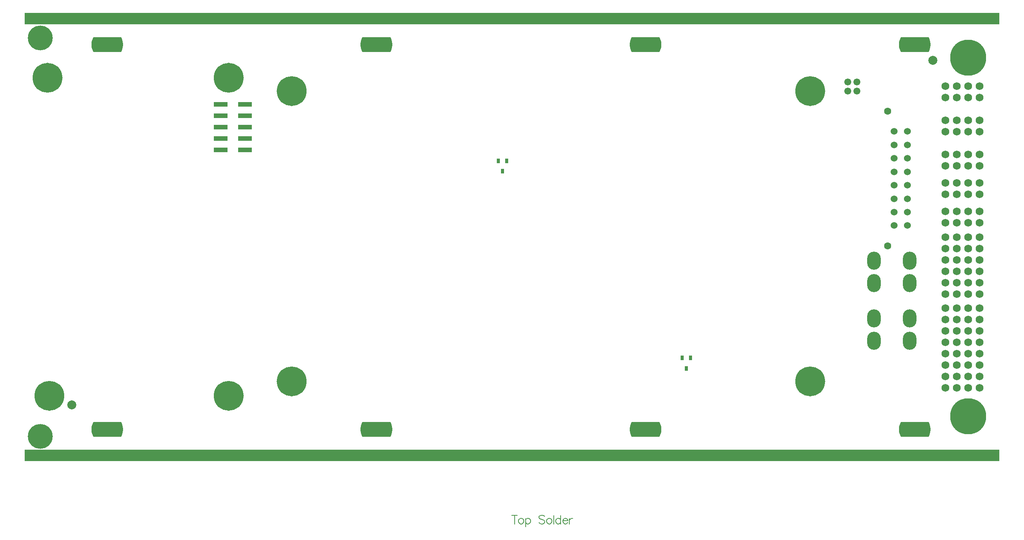
<source format=gts>
G04*
G04 #@! TF.GenerationSoftware,Altium Limited,Altium Designer,25.4.2 (15)*
G04*
G04 Layer_Color=8388736*
%FSLAX44Y44*%
%MOMM*%
G71*
G04*
G04 #@! TF.SameCoordinates,CE68B810-5A0D-45E5-B586-DEE00FE4B9C3*
G04*
G04*
G04 #@! TF.FilePolarity,Negative*
G04*
G01*
G75*
%ADD13C,0.1778*%
%ADD14R,217.3700X2.5000*%
%ADD15R,217.3701X2.5000*%
%ADD16R,0.6800X1.0800*%
%ADD17R,3.1300X1.0300*%
%ADD18C,2.0000*%
%ADD19C,5.5300*%
%ADD20C,8.0300*%
%ADD21C,1.7300*%
%ADD22C,0.6300*%
%ADD23C,6.6300*%
%ADD24C,1.5540*%
%ADD25O,3.0300X4.0300*%
%ADD26C,1.5300*%
%ADD27C,1.6000*%
%ADD28C,1.0000*%
G36*
X179792Y31951D02*
X179794Y31951D01*
X179810Y31949D01*
X179829Y31946D01*
X179831Y31945D01*
X179833Y31945D01*
X179848Y31938D01*
X179866Y31931D01*
X179867Y31930D01*
X179869Y31929D01*
X179882Y31918D01*
X179897Y31907D01*
X179898Y31905D01*
X179900Y31904D01*
X179910Y31891D01*
X179921Y31876D01*
X179922Y31874D01*
X179923Y31872D01*
X180956Y29962D01*
X180959Y29953D01*
X180964Y29945D01*
X182541Y25898D01*
X182544Y25888D01*
X182547Y25880D01*
X183612Y21669D01*
X183613Y21659D01*
X183616Y21650D01*
X184152Y17340D01*
X184152Y17331D01*
X184153Y17321D01*
X184153Y12978D01*
X184152Y12968D01*
X184152Y12959D01*
X183614Y8649D01*
X183612Y8640D01*
X183611Y8630D01*
X182544Y4419D01*
X182541Y4411D01*
X182539Y4402D01*
X180960Y355D01*
X180956Y347D01*
X180952Y338D01*
X179919Y-1572D01*
X179917Y-1575D01*
X179917Y-1576D01*
X179915Y-1578D01*
X179912Y-1584D01*
X179903Y-1594D01*
X179896Y-1604D01*
X179893Y-1606D01*
X179893Y-1607D01*
X179890Y-1609D01*
X179886Y-1614D01*
X179875Y-1621D01*
X179865Y-1629D01*
X179862Y-1630D01*
X179861Y-1631D01*
X179858Y-1632D01*
X179853Y-1636D01*
X179841Y-1640D01*
X179829Y-1645D01*
X179826Y-1646D01*
X179825Y-1646D01*
X179821Y-1647D01*
X179816Y-1648D01*
X179803Y-1649D01*
X179790Y-1651D01*
X179787Y-1651D01*
X179786Y-1651D01*
X118210D01*
X118208Y-1651D01*
X118206Y-1651D01*
X118188Y-1648D01*
X118171Y-1646D01*
X118169Y-1645D01*
X118167Y-1645D01*
X118151Y-1638D01*
X118134Y-1631D01*
X118133Y-1630D01*
X118131Y-1629D01*
X118117Y-1618D01*
X118103Y-1607D01*
X118102Y-1605D01*
X118100Y-1604D01*
X118089Y-1589D01*
X118079Y-1576D01*
X118078Y-1574D01*
X118077Y-1572D01*
X118070Y-1555D01*
X118066Y-1544D01*
X117047Y340D01*
X117044Y349D01*
X117039Y357D01*
X115461Y4403D01*
X115459Y4412D01*
X115456Y4421D01*
X114390Y8632D01*
X114389Y8641D01*
X114387Y8650D01*
X113850Y12960D01*
X113850Y12969D01*
X113849Y12978D01*
Y17322D01*
X113850Y17331D01*
X113850Y17340D01*
X114387Y21650D01*
X114389Y21659D01*
X114390Y21669D01*
X115456Y25879D01*
X115459Y25888D01*
X115461Y25897D01*
X117039Y29943D01*
X117044Y29951D01*
X117047Y29960D01*
X118066Y31844D01*
X118071Y31856D01*
X118077Y31873D01*
X118078Y31874D01*
X118079Y31876D01*
X118090Y31890D01*
X118101Y31905D01*
X118102Y31906D01*
X118103Y31907D01*
X118117Y31918D01*
X118132Y31929D01*
X118133Y31930D01*
X118134Y31931D01*
X118152Y31938D01*
X118168Y31945D01*
X118169Y31946D01*
X118171Y31946D01*
X118190Y31949D01*
X118207Y31951D01*
X118208Y31951D01*
X118210Y31951D01*
X179790D01*
X179792Y31951D01*
D02*
G37*
G36*
X779792D02*
X779794Y31951D01*
X779810Y31949D01*
X779829Y31946D01*
X779831Y31945D01*
X779833Y31945D01*
X779848Y31938D01*
X779866Y31931D01*
X779867Y31930D01*
X779869Y31929D01*
X779882Y31919D01*
X779897Y31907D01*
X779898Y31905D01*
X779900Y31904D01*
X779910Y31891D01*
X779921Y31876D01*
X779922Y31874D01*
X779923Y31872D01*
X780956Y29962D01*
X780959Y29953D01*
X780964Y29945D01*
X782541Y25898D01*
X782544Y25888D01*
X782547Y25880D01*
X783612Y21669D01*
X783613Y21659D01*
X783616Y21650D01*
X784152Y17340D01*
X784152Y17331D01*
X784153Y17321D01*
X784153Y12978D01*
X784152Y12968D01*
X784152Y12959D01*
X783614Y8649D01*
X783612Y8640D01*
X783611Y8630D01*
X782544Y4419D01*
X782541Y4411D01*
X782539Y4402D01*
X780960Y355D01*
X780956Y347D01*
X780952Y338D01*
X779919Y-1572D01*
X779917Y-1575D01*
X779917Y-1576D01*
X779915Y-1578D01*
X779912Y-1584D01*
X779903Y-1594D01*
X779896Y-1604D01*
X779893Y-1606D01*
X779893Y-1607D01*
X779890Y-1609D01*
X779886Y-1614D01*
X779875Y-1621D01*
X779865Y-1629D01*
X779862Y-1630D01*
X779861Y-1631D01*
X779858Y-1632D01*
X779853Y-1636D01*
X779841Y-1640D01*
X779829Y-1645D01*
X779826Y-1646D01*
X779825Y-1646D01*
X779821Y-1647D01*
X779816Y-1648D01*
X779803Y-1649D01*
X779790Y-1651D01*
X779787Y-1651D01*
X779786Y-1651D01*
X718210D01*
X718208Y-1651D01*
X718206Y-1651D01*
X718188Y-1648D01*
X718171Y-1646D01*
X718169Y-1645D01*
X718167Y-1645D01*
X718151Y-1638D01*
X718134Y-1631D01*
X718133Y-1630D01*
X718131Y-1629D01*
X718117Y-1618D01*
X718103Y-1607D01*
X718102Y-1605D01*
X718100Y-1604D01*
X718089Y-1589D01*
X718079Y-1576D01*
X718078Y-1574D01*
X718077Y-1572D01*
X718070Y-1555D01*
X718066Y-1544D01*
X717047Y340D01*
X717044Y349D01*
X717039Y357D01*
X715461Y4403D01*
X715459Y4412D01*
X715456Y4421D01*
X714390Y8632D01*
X714389Y8641D01*
X714387Y8650D01*
X713850Y12960D01*
X713850Y12969D01*
X713849Y12978D01*
Y17322D01*
X713850Y17331D01*
X713850Y17340D01*
X714387Y21650D01*
X714389Y21659D01*
X714390Y21669D01*
X715456Y25879D01*
X715459Y25888D01*
X715461Y25897D01*
X717039Y29943D01*
X717044Y29951D01*
X717047Y29960D01*
X718066Y31844D01*
X718071Y31856D01*
X718077Y31873D01*
X718078Y31874D01*
X718079Y31876D01*
X718090Y31890D01*
X718101Y31905D01*
X718102Y31906D01*
X718103Y31907D01*
X718118Y31918D01*
X718132Y31929D01*
X718133Y31930D01*
X718134Y31931D01*
X718152Y31938D01*
X718168Y31945D01*
X718169Y31946D01*
X718171Y31946D01*
X718189Y31949D01*
X718207Y31951D01*
X718208Y31951D01*
X718210Y31951D01*
X779790D01*
X779792Y31951D01*
D02*
G37*
G36*
X179792Y890651D02*
X179794Y890651D01*
X179810Y890649D01*
X179829Y890646D01*
X179831Y890645D01*
X179833Y890645D01*
X179848Y890638D01*
X179866Y890631D01*
X179867Y890630D01*
X179869Y890629D01*
X179882Y890618D01*
X179897Y890607D01*
X179898Y890605D01*
X179900Y890604D01*
X179910Y890591D01*
X179921Y890576D01*
X179922Y890574D01*
X179923Y890572D01*
X180956Y888661D01*
X180959Y888653D01*
X180964Y888644D01*
X182541Y884597D01*
X182544Y884588D01*
X182547Y884580D01*
X183612Y880369D01*
X183613Y880359D01*
X183616Y880350D01*
X184152Y876040D01*
X184152Y876031D01*
X184153Y876021D01*
X184153Y871678D01*
X184152Y871668D01*
X184152Y871659D01*
X183614Y867349D01*
X183612Y867340D01*
X183611Y867330D01*
X182544Y863120D01*
X182541Y863111D01*
X182539Y863102D01*
X180960Y859055D01*
X180956Y859047D01*
X180952Y859038D01*
X179919Y857128D01*
X179917Y857125D01*
X179917Y857124D01*
X179915Y857122D01*
X179912Y857116D01*
X179903Y857106D01*
X179896Y857096D01*
X179893Y857094D01*
X179893Y857093D01*
X179890Y857091D01*
X179886Y857086D01*
X179875Y857079D01*
X179865Y857071D01*
X179862Y857070D01*
X179861Y857069D01*
X179858Y857068D01*
X179853Y857064D01*
X179841Y857060D01*
X179829Y857055D01*
X179826Y857054D01*
X179825Y857054D01*
X179821Y857053D01*
X179816Y857051D01*
X179803Y857051D01*
X179790Y857049D01*
X179787Y857049D01*
X179786Y857049D01*
X118210D01*
X118208Y857049D01*
X118206Y857049D01*
X118188Y857051D01*
X118171Y857054D01*
X118169Y857055D01*
X118167Y857055D01*
X118151Y857062D01*
X118134Y857069D01*
X118133Y857070D01*
X118131Y857071D01*
X118117Y857082D01*
X118103Y857093D01*
X118102Y857095D01*
X118100Y857096D01*
X118089Y857111D01*
X118079Y857124D01*
X118078Y857126D01*
X118077Y857128D01*
X118070Y857145D01*
X118066Y857156D01*
X117047Y859040D01*
X117044Y859049D01*
X117039Y859057D01*
X115461Y863103D01*
X115459Y863112D01*
X115456Y863121D01*
X114390Y867331D01*
X114389Y867341D01*
X114387Y867350D01*
X113850Y871660D01*
X113850Y871669D01*
X113849Y871678D01*
Y876021D01*
X113850Y876031D01*
X113850Y876040D01*
X114387Y880350D01*
X114389Y880359D01*
X114390Y880368D01*
X115456Y884579D01*
X115459Y884588D01*
X115461Y884597D01*
X117039Y888643D01*
X117044Y888651D01*
X117047Y888660D01*
X118066Y890545D01*
X118071Y890556D01*
X118077Y890573D01*
X118078Y890574D01*
X118079Y890576D01*
X118090Y890590D01*
X118101Y890605D01*
X118102Y890606D01*
X118103Y890607D01*
X118117Y890618D01*
X118132Y890629D01*
X118133Y890630D01*
X118134Y890631D01*
X118152Y890638D01*
X118168Y890645D01*
X118169Y890646D01*
X118171Y890646D01*
X118190Y890649D01*
X118207Y890651D01*
X118208Y890651D01*
X118210Y890651D01*
X179790D01*
X179792Y890651D01*
D02*
G37*
G36*
X779792D02*
X779794Y890651D01*
X779810Y890649D01*
X779829Y890646D01*
X779831Y890645D01*
X779833Y890645D01*
X779848Y890638D01*
X779866Y890631D01*
X779867Y890630D01*
X779869Y890629D01*
X779882Y890619D01*
X779897Y890607D01*
X779898Y890605D01*
X779900Y890604D01*
X779910Y890591D01*
X779921Y890576D01*
X779922Y890574D01*
X779923Y890572D01*
X780956Y888661D01*
X780959Y888653D01*
X780964Y888644D01*
X782541Y884597D01*
X782544Y884588D01*
X782547Y884580D01*
X783612Y880369D01*
X783613Y880359D01*
X783616Y880350D01*
X784152Y876040D01*
X784152Y876031D01*
X784153Y876021D01*
X784153Y871678D01*
X784152Y871668D01*
X784152Y871659D01*
X783614Y867349D01*
X783612Y867340D01*
X783611Y867330D01*
X782544Y863120D01*
X782541Y863111D01*
X782539Y863102D01*
X780960Y859055D01*
X780956Y859047D01*
X780952Y859038D01*
X779919Y857128D01*
X779917Y857125D01*
X779917Y857124D01*
X779915Y857122D01*
X779912Y857116D01*
X779903Y857106D01*
X779896Y857096D01*
X779893Y857094D01*
X779893Y857093D01*
X779890Y857091D01*
X779886Y857086D01*
X779875Y857079D01*
X779865Y857071D01*
X779862Y857070D01*
X779861Y857069D01*
X779858Y857068D01*
X779853Y857064D01*
X779841Y857060D01*
X779829Y857055D01*
X779826Y857054D01*
X779825Y857054D01*
X779821Y857053D01*
X779816Y857051D01*
X779803Y857051D01*
X779790Y857049D01*
X779787Y857049D01*
X779786Y857049D01*
X718210D01*
X718208Y857049D01*
X718206Y857049D01*
X718188Y857051D01*
X718171Y857054D01*
X718169Y857055D01*
X718167Y857055D01*
X718151Y857062D01*
X718134Y857069D01*
X718133Y857070D01*
X718131Y857071D01*
X718117Y857082D01*
X718103Y857093D01*
X718102Y857095D01*
X718100Y857096D01*
X718089Y857111D01*
X718079Y857124D01*
X718078Y857126D01*
X718077Y857128D01*
X718070Y857145D01*
X718066Y857156D01*
X717047Y859040D01*
X717044Y859049D01*
X717039Y859057D01*
X715461Y863103D01*
X715459Y863112D01*
X715456Y863121D01*
X714390Y867331D01*
X714389Y867341D01*
X714387Y867350D01*
X713850Y871660D01*
X713850Y871669D01*
X713849Y871678D01*
Y876021D01*
X713850Y876031D01*
X713850Y876040D01*
X714387Y880350D01*
X714389Y880359D01*
X714390Y880368D01*
X715456Y884579D01*
X715459Y884588D01*
X715461Y884597D01*
X717039Y888643D01*
X717044Y888651D01*
X717047Y888660D01*
X718066Y890545D01*
X718071Y890556D01*
X718077Y890573D01*
X718078Y890574D01*
X718079Y890576D01*
X718090Y890590D01*
X718101Y890605D01*
X718102Y890606D01*
X718103Y890607D01*
X718118Y890618D01*
X718132Y890629D01*
X718133Y890630D01*
X718134Y890631D01*
X718152Y890638D01*
X718168Y890645D01*
X718169Y890646D01*
X718171Y890646D01*
X718189Y890648D01*
X718207Y890651D01*
X718208Y890651D01*
X718210Y890651D01*
X779790D01*
X779792Y890651D01*
D02*
G37*
G36*
X1379792Y31951D02*
X1379794Y31951D01*
X1379810Y31949D01*
X1379829Y31946D01*
X1379831Y31945D01*
X1379833Y31945D01*
X1379848Y31938D01*
X1379866Y31931D01*
X1379868Y31930D01*
X1379869Y31929D01*
X1379882Y31918D01*
X1379897Y31907D01*
X1379898Y31905D01*
X1379900Y31904D01*
X1379910Y31891D01*
X1379921Y31876D01*
X1379922Y31874D01*
X1379923Y31872D01*
X1380956Y29962D01*
X1380959Y29953D01*
X1380964Y29945D01*
X1382541Y25898D01*
X1382544Y25888D01*
X1382547Y25880D01*
X1383612Y21669D01*
X1383613Y21659D01*
X1383616Y21650D01*
X1384152Y17340D01*
X1384152Y17331D01*
X1384153Y17321D01*
X1384153Y12978D01*
X1384152Y12968D01*
X1384152Y12959D01*
X1383614Y8649D01*
X1383612Y8640D01*
X1383611Y8630D01*
X1382545Y4419D01*
X1382541Y4411D01*
X1382539Y4402D01*
X1380960Y355D01*
X1380956Y347D01*
X1380952Y338D01*
X1379919Y-1572D01*
X1379917Y-1575D01*
X1379917Y-1576D01*
X1379915Y-1578D01*
X1379912Y-1584D01*
X1379903Y-1594D01*
X1379896Y-1604D01*
X1379893Y-1606D01*
X1379893Y-1607D01*
X1379890Y-1609D01*
X1379886Y-1614D01*
X1379875Y-1621D01*
X1379865Y-1629D01*
X1379862Y-1630D01*
X1379861Y-1631D01*
X1379858Y-1632D01*
X1379853Y-1636D01*
X1379841Y-1640D01*
X1379829Y-1645D01*
X1379826Y-1646D01*
X1379825Y-1646D01*
X1379821Y-1647D01*
X1379816Y-1648D01*
X1379803Y-1649D01*
X1379790Y-1651D01*
X1379787Y-1651D01*
X1379786Y-1651D01*
X1318210D01*
X1318208Y-1651D01*
X1318206Y-1651D01*
X1318188Y-1648D01*
X1318171Y-1646D01*
X1318169Y-1645D01*
X1318167Y-1645D01*
X1318151Y-1638D01*
X1318134Y-1631D01*
X1318133Y-1630D01*
X1318131Y-1629D01*
X1318117Y-1618D01*
X1318103Y-1607D01*
X1318102Y-1605D01*
X1318100Y-1604D01*
X1318089Y-1589D01*
X1318079Y-1576D01*
X1318078Y-1574D01*
X1318077Y-1572D01*
X1318070Y-1555D01*
X1318066Y-1544D01*
X1317047Y340D01*
X1317044Y349D01*
X1317039Y357D01*
X1315461Y4403D01*
X1315459Y4412D01*
X1315456Y4421D01*
X1314390Y8632D01*
X1314389Y8641D01*
X1314387Y8650D01*
X1313850Y12960D01*
X1313850Y12969D01*
X1313849Y12978D01*
Y17322D01*
X1313850Y17331D01*
X1313850Y17340D01*
X1314387Y21650D01*
X1314389Y21659D01*
X1314390Y21669D01*
X1315456Y25879D01*
X1315459Y25888D01*
X1315461Y25897D01*
X1317039Y29943D01*
X1317044Y29951D01*
X1317047Y29960D01*
X1318066Y31844D01*
X1318071Y31856D01*
X1318077Y31873D01*
X1318078Y31874D01*
X1318079Y31876D01*
X1318090Y31890D01*
X1318101Y31905D01*
X1318102Y31906D01*
X1318103Y31907D01*
X1318117Y31918D01*
X1318132Y31929D01*
X1318133Y31930D01*
X1318134Y31931D01*
X1318152Y31938D01*
X1318168Y31945D01*
X1318169Y31946D01*
X1318171Y31946D01*
X1318190Y31949D01*
X1318207Y31951D01*
X1318208Y31951D01*
X1318210Y31951D01*
X1379790D01*
X1379792Y31951D01*
D02*
G37*
G36*
X1979792D02*
X1979794Y31951D01*
X1979810Y31949D01*
X1979829Y31946D01*
X1979831Y31945D01*
X1979833Y31945D01*
X1979848Y31938D01*
X1979866Y31931D01*
X1979868Y31930D01*
X1979869Y31929D01*
X1979882Y31919D01*
X1979897Y31907D01*
X1979898Y31905D01*
X1979900Y31904D01*
X1979910Y31891D01*
X1979921Y31876D01*
X1979922Y31874D01*
X1979923Y31872D01*
X1980956Y29962D01*
X1980959Y29953D01*
X1980964Y29945D01*
X1982541Y25898D01*
X1982544Y25888D01*
X1982547Y25880D01*
X1983612Y21669D01*
X1983613Y21659D01*
X1983616Y21650D01*
X1984152Y17340D01*
X1984152Y17331D01*
X1984153Y17321D01*
X1984153Y12978D01*
X1984152Y12968D01*
X1984152Y12959D01*
X1983614Y8649D01*
X1983612Y8640D01*
X1983611Y8630D01*
X1982545Y4419D01*
X1982541Y4411D01*
X1982539Y4402D01*
X1980960Y355D01*
X1980956Y347D01*
X1980952Y338D01*
X1979919Y-1572D01*
X1979917Y-1575D01*
X1979917Y-1576D01*
X1979915Y-1578D01*
X1979912Y-1584D01*
X1979903Y-1594D01*
X1979896Y-1604D01*
X1979893Y-1606D01*
X1979893Y-1607D01*
X1979890Y-1609D01*
X1979886Y-1614D01*
X1979875Y-1621D01*
X1979865Y-1629D01*
X1979862Y-1630D01*
X1979861Y-1631D01*
X1979858Y-1632D01*
X1979853Y-1636D01*
X1979841Y-1640D01*
X1979829Y-1645D01*
X1979826Y-1646D01*
X1979825Y-1646D01*
X1979821Y-1647D01*
X1979816Y-1648D01*
X1979803Y-1649D01*
X1979790Y-1651D01*
X1979787Y-1651D01*
X1979786Y-1651D01*
X1918210D01*
X1918208Y-1651D01*
X1918206Y-1651D01*
X1918188Y-1648D01*
X1918171Y-1646D01*
X1918169Y-1645D01*
X1918167Y-1645D01*
X1918151Y-1638D01*
X1918134Y-1631D01*
X1918133Y-1630D01*
X1918131Y-1629D01*
X1918117Y-1618D01*
X1918103Y-1607D01*
X1918102Y-1605D01*
X1918100Y-1604D01*
X1918089Y-1589D01*
X1918079Y-1576D01*
X1918078Y-1574D01*
X1918077Y-1572D01*
X1918070Y-1555D01*
X1918066Y-1544D01*
X1917047Y340D01*
X1917044Y349D01*
X1917039Y357D01*
X1915461Y4403D01*
X1915459Y4412D01*
X1915456Y4421D01*
X1914390Y8632D01*
X1914389Y8641D01*
X1914387Y8650D01*
X1913850Y12960D01*
X1913850Y12969D01*
X1913849Y12978D01*
Y17322D01*
X1913850Y17331D01*
X1913850Y17340D01*
X1914387Y21650D01*
X1914389Y21659D01*
X1914390Y21669D01*
X1915456Y25879D01*
X1915459Y25888D01*
X1915461Y25897D01*
X1917039Y29943D01*
X1917044Y29951D01*
X1917047Y29960D01*
X1918066Y31844D01*
X1918071Y31856D01*
X1918077Y31873D01*
X1918078Y31874D01*
X1918079Y31876D01*
X1918090Y31890D01*
X1918101Y31905D01*
X1918102Y31906D01*
X1918103Y31907D01*
X1918118Y31918D01*
X1918132Y31929D01*
X1918133Y31930D01*
X1918134Y31931D01*
X1918152Y31938D01*
X1918168Y31945D01*
X1918169Y31946D01*
X1918171Y31946D01*
X1918189Y31949D01*
X1918207Y31951D01*
X1918208Y31951D01*
X1918210Y31951D01*
X1979790D01*
X1979792Y31951D01*
D02*
G37*
G36*
X1379792Y890651D02*
X1379794Y890651D01*
X1379810Y890649D01*
X1379829Y890646D01*
X1379831Y890645D01*
X1379833Y890645D01*
X1379848Y890638D01*
X1379866Y890631D01*
X1379868Y890630D01*
X1379869Y890629D01*
X1379882Y890618D01*
X1379893Y890610D01*
X1379897Y890607D01*
X1379898Y890605D01*
X1379900Y890604D01*
X1379910Y890591D01*
X1379921Y890576D01*
X1379922Y890574D01*
X1379923Y890572D01*
X1380956Y888661D01*
X1380959Y888653D01*
X1380964Y888644D01*
X1382541Y884597D01*
X1382544Y884588D01*
X1382547Y884580D01*
X1383612Y880369D01*
X1383613Y880359D01*
X1383616Y880350D01*
X1384152Y876040D01*
X1384152Y876031D01*
X1384153Y876021D01*
X1384153Y871678D01*
X1384152Y871668D01*
X1384152Y871659D01*
X1383614Y867349D01*
X1383612Y867340D01*
X1383611Y867330D01*
X1382545Y863120D01*
X1382541Y863111D01*
X1382539Y863102D01*
X1380960Y859055D01*
X1380956Y859047D01*
X1380952Y859038D01*
X1379919Y857128D01*
X1379917Y857125D01*
X1379917Y857124D01*
X1379915Y857122D01*
X1379912Y857116D01*
X1379903Y857106D01*
X1379896Y857096D01*
X1379893Y857094D01*
X1379893Y857093D01*
X1379890Y857091D01*
X1379886Y857086D01*
X1379875Y857079D01*
X1379865Y857071D01*
X1379862Y857070D01*
X1379861Y857069D01*
X1379858Y857068D01*
X1379853Y857064D01*
X1379841Y857060D01*
X1379829Y857055D01*
X1379826Y857054D01*
X1379825Y857054D01*
X1379821Y857053D01*
X1379816Y857051D01*
X1379803Y857051D01*
X1379790Y857049D01*
X1379787Y857049D01*
X1379786Y857049D01*
X1318210D01*
X1318208Y857049D01*
X1318206Y857049D01*
X1318188Y857051D01*
X1318171Y857054D01*
X1318169Y857055D01*
X1318167Y857055D01*
X1318151Y857062D01*
X1318134Y857069D01*
X1318133Y857070D01*
X1318131Y857071D01*
X1318117Y857082D01*
X1318103Y857093D01*
X1318102Y857095D01*
X1318100Y857096D01*
X1318089Y857111D01*
X1318079Y857124D01*
X1318078Y857126D01*
X1318077Y857128D01*
X1318070Y857145D01*
X1318066Y857156D01*
X1317047Y859040D01*
X1317044Y859049D01*
X1317039Y859057D01*
X1315461Y863103D01*
X1315459Y863112D01*
X1315456Y863121D01*
X1314390Y867331D01*
X1314389Y867341D01*
X1314387Y867350D01*
X1313850Y871660D01*
X1313850Y871669D01*
X1313849Y871678D01*
Y876021D01*
X1313850Y876031D01*
X1313850Y876040D01*
X1314387Y880350D01*
X1314389Y880359D01*
X1314390Y880368D01*
X1315456Y884579D01*
X1315459Y884588D01*
X1315461Y884597D01*
X1317039Y888643D01*
X1317044Y888651D01*
X1317047Y888660D01*
X1318066Y890545D01*
X1318071Y890556D01*
X1318077Y890573D01*
X1318078Y890574D01*
X1318079Y890576D01*
X1318090Y890590D01*
X1318101Y890605D01*
X1318102Y890606D01*
X1318103Y890607D01*
X1318117Y890618D01*
X1318132Y890629D01*
X1318133Y890630D01*
X1318134Y890631D01*
X1318152Y890638D01*
X1318168Y890645D01*
X1318169Y890646D01*
X1318171Y890646D01*
X1318190Y890649D01*
X1318207Y890651D01*
X1318208Y890651D01*
X1318210Y890651D01*
X1379790D01*
X1379792Y890651D01*
D02*
G37*
G36*
X1979792D02*
X1979794Y890651D01*
X1979810Y890649D01*
X1979829Y890646D01*
X1979831Y890645D01*
X1979833Y890645D01*
X1979848Y890638D01*
X1979866Y890631D01*
X1979868Y890630D01*
X1979869Y890629D01*
X1979882Y890619D01*
X1979897Y890607D01*
X1979898Y890605D01*
X1979900Y890604D01*
X1979910Y890591D01*
X1979921Y890576D01*
X1979922Y890574D01*
X1979923Y890572D01*
X1980956Y888661D01*
X1980959Y888653D01*
X1980964Y888644D01*
X1982541Y884597D01*
X1982544Y884588D01*
X1982547Y884580D01*
X1983612Y880369D01*
X1983613Y880359D01*
X1983616Y880350D01*
X1984152Y876040D01*
X1984152Y876031D01*
X1984153Y876021D01*
X1984153Y871678D01*
X1984152Y871668D01*
X1984152Y871659D01*
X1983614Y867349D01*
X1983612Y867340D01*
X1983611Y867330D01*
X1982545Y863120D01*
X1982541Y863111D01*
X1982539Y863102D01*
X1980960Y859055D01*
X1980956Y859047D01*
X1980952Y859038D01*
X1979919Y857128D01*
X1979917Y857125D01*
X1979917Y857124D01*
X1979915Y857122D01*
X1979912Y857116D01*
X1979903Y857106D01*
X1979896Y857096D01*
X1979893Y857094D01*
X1979893Y857093D01*
X1979890Y857091D01*
X1979886Y857086D01*
X1979875Y857079D01*
X1979865Y857071D01*
X1979862Y857070D01*
X1979861Y857069D01*
X1979858Y857068D01*
X1979853Y857064D01*
X1979841Y857060D01*
X1979829Y857055D01*
X1979826Y857054D01*
X1979825Y857054D01*
X1979821Y857053D01*
X1979816Y857051D01*
X1979803Y857051D01*
X1979790Y857049D01*
X1979787Y857049D01*
X1979786Y857049D01*
X1918210D01*
X1918208Y857049D01*
X1918206Y857049D01*
X1918188Y857051D01*
X1918171Y857054D01*
X1918169Y857055D01*
X1918167Y857055D01*
X1918151Y857062D01*
X1918134Y857069D01*
X1918133Y857070D01*
X1918131Y857071D01*
X1918117Y857082D01*
X1918103Y857093D01*
X1918102Y857095D01*
X1918100Y857096D01*
X1918089Y857111D01*
X1918079Y857124D01*
X1918078Y857126D01*
X1918077Y857128D01*
X1918070Y857145D01*
X1918066Y857156D01*
X1917047Y859040D01*
X1917044Y859049D01*
X1917039Y859057D01*
X1915461Y863103D01*
X1915459Y863112D01*
X1915456Y863121D01*
X1914390Y867331D01*
X1914389Y867341D01*
X1914387Y867350D01*
X1913850Y871660D01*
X1913850Y871669D01*
X1913849Y871678D01*
Y876021D01*
X1913850Y876031D01*
X1913850Y876040D01*
X1914387Y880350D01*
X1914389Y880359D01*
X1914390Y880368D01*
X1915456Y884579D01*
X1915459Y884588D01*
X1915461Y884597D01*
X1917039Y888643D01*
X1917044Y888651D01*
X1917047Y888660D01*
X1918066Y890545D01*
X1918071Y890556D01*
X1918077Y890573D01*
X1918078Y890574D01*
X1918079Y890576D01*
X1918090Y890590D01*
X1918101Y890605D01*
X1918102Y890606D01*
X1918103Y890607D01*
X1918118Y890618D01*
X1918132Y890629D01*
X1918133Y890630D01*
X1918134Y890631D01*
X1918152Y890638D01*
X1918168Y890645D01*
X1918169Y890646D01*
X1918171Y890646D01*
X1918189Y890648D01*
X1918207Y890651D01*
X1918208Y890651D01*
X1918210Y890651D01*
X1979790D01*
X1979792Y890651D01*
D02*
G37*
D13*
X1057054Y-176564D02*
Y-195610D01*
X1050705Y-176564D02*
X1063402D01*
X1070205Y-182913D02*
X1068391Y-183820D01*
X1066577Y-185634D01*
X1065670Y-188354D01*
Y-190168D01*
X1066577Y-192889D01*
X1068391Y-194703D01*
X1070205Y-195610D01*
X1072925D01*
X1074739Y-194703D01*
X1076553Y-192889D01*
X1077460Y-190168D01*
Y-188354D01*
X1076553Y-185634D01*
X1074739Y-183820D01*
X1072925Y-182913D01*
X1070205D01*
X1081632D02*
Y-201959D01*
Y-185634D02*
X1083446Y-183820D01*
X1085260Y-182913D01*
X1087981D01*
X1089795Y-183820D01*
X1091609Y-185634D01*
X1092516Y-188354D01*
Y-190168D01*
X1091609Y-192889D01*
X1089795Y-194703D01*
X1087981Y-195610D01*
X1085260D01*
X1083446Y-194703D01*
X1081632Y-192889D01*
X1124259Y-179285D02*
X1122445Y-177471D01*
X1119724Y-176564D01*
X1116096D01*
X1113375Y-177471D01*
X1111562Y-179285D01*
Y-181099D01*
X1112468Y-182913D01*
X1113375Y-183820D01*
X1115189Y-184727D01*
X1120631Y-186541D01*
X1122445Y-187447D01*
X1123352Y-188354D01*
X1124259Y-190168D01*
Y-192889D01*
X1122445Y-194703D01*
X1119724Y-195610D01*
X1116096D01*
X1113375Y-194703D01*
X1111562Y-192889D01*
X1133056Y-182913D02*
X1131242Y-183820D01*
X1129428Y-185634D01*
X1128521Y-188354D01*
Y-190168D01*
X1129428Y-192889D01*
X1131242Y-194703D01*
X1133056Y-195610D01*
X1135777D01*
X1137591Y-194703D01*
X1139405Y-192889D01*
X1140312Y-190168D01*
Y-188354D01*
X1139405Y-185634D01*
X1137591Y-183820D01*
X1135777Y-182913D01*
X1133056D01*
X1144484Y-176564D02*
Y-195610D01*
X1159358Y-176564D02*
Y-195610D01*
Y-185634D02*
X1157544Y-183820D01*
X1155730Y-182913D01*
X1153009D01*
X1151195Y-183820D01*
X1149381Y-185634D01*
X1148474Y-188354D01*
Y-190168D01*
X1149381Y-192889D01*
X1151195Y-194703D01*
X1153009Y-195610D01*
X1155730D01*
X1157544Y-194703D01*
X1159358Y-192889D01*
X1164437Y-188354D02*
X1175320D01*
Y-186541D01*
X1174413Y-184727D01*
X1173506Y-183820D01*
X1171692Y-182913D01*
X1168971D01*
X1167157Y-183820D01*
X1165343Y-185634D01*
X1164437Y-188354D01*
Y-190168D01*
X1165343Y-192889D01*
X1167157Y-194703D01*
X1168971Y-195610D01*
X1171692D01*
X1173506Y-194703D01*
X1175320Y-192889D01*
X1179401Y-182913D02*
Y-195610D01*
Y-188354D02*
X1180308Y-185634D01*
X1182122Y-183820D01*
X1183936Y-182913D01*
X1186657D01*
D14*
X1051150Y932000D02*
D03*
D15*
X1051150Y-43000D02*
D03*
D16*
X1039500Y614500D02*
D03*
X1020500D02*
D03*
X1030000Y591500D02*
D03*
X1449500Y174500D02*
D03*
X1430500D02*
D03*
X1440000Y151500D02*
D03*
D17*
X402000Y690000D02*
D03*
X456000D02*
D03*
X402000Y664600D02*
D03*
X456000D02*
D03*
X402000Y639200D02*
D03*
X456000D02*
D03*
Y715400D02*
D03*
Y740800D02*
D03*
X402000Y715400D02*
D03*
Y740800D02*
D03*
D18*
X1989000Y839000D02*
D03*
X70000Y70000D02*
D03*
D19*
X0Y0D02*
D03*
Y889000D02*
D03*
D20*
X2068000Y844550D02*
D03*
Y44450D02*
D03*
D21*
X2017200Y781100D02*
D03*
X2042600D02*
D03*
X2068000D02*
D03*
X2093400D02*
D03*
Y755700D02*
D03*
X2068000D02*
D03*
X2042600D02*
D03*
X2017200D02*
D03*
X2093400Y704900D02*
D03*
X2068000D02*
D03*
X2042600D02*
D03*
X2017200D02*
D03*
Y679500D02*
D03*
X2042600D02*
D03*
X2068000D02*
D03*
X2093400D02*
D03*
Y628700D02*
D03*
X2068000D02*
D03*
X2042600D02*
D03*
X2017200D02*
D03*
Y603300D02*
D03*
X2042600D02*
D03*
X2068000D02*
D03*
X2093400D02*
D03*
Y565200D02*
D03*
X2068000D02*
D03*
X2042600D02*
D03*
X2017200D02*
D03*
Y539800D02*
D03*
X2042600D02*
D03*
X2068000D02*
D03*
X2093400D02*
D03*
Y501700D02*
D03*
X2068000D02*
D03*
X2042600D02*
D03*
X2017200D02*
D03*
Y476300D02*
D03*
X2042600D02*
D03*
X2068000D02*
D03*
X2093400D02*
D03*
X2017200Y444500D02*
D03*
X2042600D02*
D03*
X2068000D02*
D03*
X2093400D02*
D03*
X2017200Y419100D02*
D03*
X2042600D02*
D03*
X2068000D02*
D03*
X2093400D02*
D03*
X2017200Y393700D02*
D03*
X2042600D02*
D03*
X2068000D02*
D03*
X2093400D02*
D03*
X2017200Y368300D02*
D03*
X2042600D02*
D03*
X2068000D02*
D03*
X2093400D02*
D03*
X2017200Y342900D02*
D03*
X2042600D02*
D03*
X2068000D02*
D03*
X2093400D02*
D03*
X2017200Y317500D02*
D03*
X2042600D02*
D03*
X2068000D02*
D03*
X2093400D02*
D03*
X2068000Y285700D02*
D03*
X2042600D02*
D03*
X2017200D02*
D03*
Y260300D02*
D03*
X2042600D02*
D03*
X2068000D02*
D03*
X2093400D02*
D03*
Y285700D02*
D03*
Y234900D02*
D03*
X2068000D02*
D03*
X2042600D02*
D03*
X2017200D02*
D03*
Y209500D02*
D03*
X2042600D02*
D03*
X2068000D02*
D03*
X2093400D02*
D03*
Y184100D02*
D03*
X2068000D02*
D03*
X2042600D02*
D03*
X2017200D02*
D03*
Y158700D02*
D03*
X2042600D02*
D03*
X2068000D02*
D03*
X2093400D02*
D03*
Y133300D02*
D03*
X2068000D02*
D03*
X2042600D02*
D03*
X2017200D02*
D03*
Y107900D02*
D03*
X2042600D02*
D03*
X2068000D02*
D03*
X2093400D02*
D03*
D22*
X530000Y770000D02*
D03*
X538787Y748787D02*
D03*
X560000Y740000D02*
D03*
X581213Y748787D02*
D03*
X590000Y770000D02*
D03*
X581213Y791213D02*
D03*
X560000Y800000D02*
D03*
X538787Y791213D02*
D03*
X16000Y830000D02*
D03*
X-5213Y821213D02*
D03*
X-14000Y800000D02*
D03*
X-5213Y778787D02*
D03*
X16000Y770000D02*
D03*
X37213Y778787D02*
D03*
X46000Y800000D02*
D03*
X37213Y821213D02*
D03*
X20000Y120000D02*
D03*
X-1213Y111213D02*
D03*
X-10000Y90000D02*
D03*
X-1213Y68787D02*
D03*
X20000Y60000D02*
D03*
X41213Y68787D02*
D03*
X50000Y90000D02*
D03*
X41213Y111213D02*
D03*
X441213D02*
D03*
X450000Y90000D02*
D03*
X441213Y68787D02*
D03*
X420000Y60000D02*
D03*
X398787Y68787D02*
D03*
X390000Y90000D02*
D03*
X398787Y111213D02*
D03*
X420000Y120000D02*
D03*
X560000Y92000D02*
D03*
X581213Y100787D02*
D03*
X590000Y122000D02*
D03*
X581213Y143213D02*
D03*
X560000Y152000D02*
D03*
X538787Y143213D02*
D03*
X530000Y122000D02*
D03*
X538787Y100787D02*
D03*
X1694787D02*
D03*
X1686000Y122000D02*
D03*
X1694787Y143213D02*
D03*
X1716000Y152000D02*
D03*
X1737213Y143213D02*
D03*
X1746000Y122000D02*
D03*
X1737213Y100787D02*
D03*
X1716000Y92000D02*
D03*
X1694787Y748787D02*
D03*
X1686000Y770000D02*
D03*
X1694787Y791213D02*
D03*
X1716000Y800000D02*
D03*
X1737213Y791213D02*
D03*
X1746000Y770000D02*
D03*
X1737213Y748787D02*
D03*
X1716000Y740000D02*
D03*
X441213Y821213D02*
D03*
X450000Y800000D02*
D03*
X441213Y778787D02*
D03*
X420000Y770000D02*
D03*
X398787Y778787D02*
D03*
X390000Y800000D02*
D03*
X398787Y821213D02*
D03*
X420000Y830000D02*
D03*
D23*
X560000Y770000D02*
D03*
X16000Y800000D02*
D03*
X20000Y90000D02*
D03*
X420000D02*
D03*
X560000Y122000D02*
D03*
X1716000D02*
D03*
Y770000D02*
D03*
X420000Y800000D02*
D03*
D24*
X1820000Y790000D02*
D03*
X1800000D02*
D03*
X1820000Y770000D02*
D03*
X1800000D02*
D03*
D25*
X1938000Y342000D02*
D03*
Y392000D02*
D03*
X1858000D02*
D03*
Y342000D02*
D03*
Y263000D02*
D03*
Y213000D02*
D03*
X1938000D02*
D03*
Y263000D02*
D03*
D26*
X1903000Y470000D02*
D03*
Y500000D02*
D03*
Y530000D02*
D03*
Y560000D02*
D03*
Y590000D02*
D03*
Y620000D02*
D03*
Y650000D02*
D03*
Y680000D02*
D03*
X1933000Y470000D02*
D03*
Y500000D02*
D03*
Y530000D02*
D03*
Y560000D02*
D03*
Y590000D02*
D03*
Y620000D02*
D03*
Y650000D02*
D03*
Y680000D02*
D03*
D27*
X1888500Y425000D02*
D03*
Y725000D02*
D03*
D28*
X1376700Y15150D02*
D03*
X1321300D02*
D03*
X721300Y873850D02*
D03*
X776700D02*
D03*
X176700D02*
D03*
X121300D02*
D03*
Y15150D02*
D03*
X176700D02*
D03*
X776700D02*
D03*
X721300D02*
D03*
X1321300Y873850D02*
D03*
X1376700D02*
D03*
X1976700Y15150D02*
D03*
X1921300D02*
D03*
Y873850D02*
D03*
X1976700D02*
D03*
M02*

</source>
